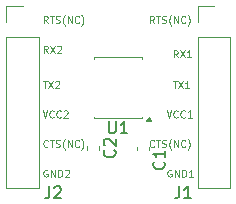
<source format=gbr>
%TF.GenerationSoftware,KiCad,Pcbnew,9.0.5*%
%TF.CreationDate,2026-02-12T15:16:05+09:00*%
%TF.ProjectId,usb_typec_serial_insulation,7573625f-7479-4706-9563-5f7365726961,V1.1*%
%TF.SameCoordinates,Original*%
%TF.FileFunction,Legend,Top*%
%TF.FilePolarity,Positive*%
%FSLAX46Y46*%
G04 Gerber Fmt 4.6, Leading zero omitted, Abs format (unit mm)*
G04 Created by KiCad (PCBNEW 9.0.5) date 2026-02-12 15:16:05*
%MOMM*%
%LPD*%
G01*
G04 APERTURE LIST*
%ADD10C,0.075000*%
%ADD11C,0.150000*%
%ADD12C,0.120000*%
G04 APERTURE END LIST*
D10*
X131606484Y-98322671D02*
X131806484Y-98922671D01*
X131806484Y-98922671D02*
X132006484Y-98322671D01*
X132549342Y-98865528D02*
X132520770Y-98894100D01*
X132520770Y-98894100D02*
X132435056Y-98922671D01*
X132435056Y-98922671D02*
X132377913Y-98922671D01*
X132377913Y-98922671D02*
X132292199Y-98894100D01*
X132292199Y-98894100D02*
X132235056Y-98836957D01*
X132235056Y-98836957D02*
X132206485Y-98779814D01*
X132206485Y-98779814D02*
X132177913Y-98665528D01*
X132177913Y-98665528D02*
X132177913Y-98579814D01*
X132177913Y-98579814D02*
X132206485Y-98465528D01*
X132206485Y-98465528D02*
X132235056Y-98408385D01*
X132235056Y-98408385D02*
X132292199Y-98351242D01*
X132292199Y-98351242D02*
X132377913Y-98322671D01*
X132377913Y-98322671D02*
X132435056Y-98322671D01*
X132435056Y-98322671D02*
X132520770Y-98351242D01*
X132520770Y-98351242D02*
X132549342Y-98379814D01*
X133149342Y-98865528D02*
X133120770Y-98894100D01*
X133120770Y-98894100D02*
X133035056Y-98922671D01*
X133035056Y-98922671D02*
X132977913Y-98922671D01*
X132977913Y-98922671D02*
X132892199Y-98894100D01*
X132892199Y-98894100D02*
X132835056Y-98836957D01*
X132835056Y-98836957D02*
X132806485Y-98779814D01*
X132806485Y-98779814D02*
X132777913Y-98665528D01*
X132777913Y-98665528D02*
X132777913Y-98579814D01*
X132777913Y-98579814D02*
X132806485Y-98465528D01*
X132806485Y-98465528D02*
X132835056Y-98408385D01*
X132835056Y-98408385D02*
X132892199Y-98351242D01*
X132892199Y-98351242D02*
X132977913Y-98322671D01*
X132977913Y-98322671D02*
X133035056Y-98322671D01*
X133035056Y-98322671D02*
X133120770Y-98351242D01*
X133120770Y-98351242D02*
X133149342Y-98379814D01*
X133377913Y-98379814D02*
X133406485Y-98351242D01*
X133406485Y-98351242D02*
X133463628Y-98322671D01*
X133463628Y-98322671D02*
X133606485Y-98322671D01*
X133606485Y-98322671D02*
X133663628Y-98351242D01*
X133663628Y-98351242D02*
X133692199Y-98379814D01*
X133692199Y-98379814D02*
X133720770Y-98436957D01*
X133720770Y-98436957D02*
X133720770Y-98494100D01*
X133720770Y-98494100D02*
X133692199Y-98579814D01*
X133692199Y-98579814D02*
X133349342Y-98922671D01*
X133349342Y-98922671D02*
X133720770Y-98922671D01*
X132006484Y-103351242D02*
X131949342Y-103322671D01*
X131949342Y-103322671D02*
X131863627Y-103322671D01*
X131863627Y-103322671D02*
X131777913Y-103351242D01*
X131777913Y-103351242D02*
X131720770Y-103408385D01*
X131720770Y-103408385D02*
X131692199Y-103465528D01*
X131692199Y-103465528D02*
X131663627Y-103579814D01*
X131663627Y-103579814D02*
X131663627Y-103665528D01*
X131663627Y-103665528D02*
X131692199Y-103779814D01*
X131692199Y-103779814D02*
X131720770Y-103836957D01*
X131720770Y-103836957D02*
X131777913Y-103894100D01*
X131777913Y-103894100D02*
X131863627Y-103922671D01*
X131863627Y-103922671D02*
X131920770Y-103922671D01*
X131920770Y-103922671D02*
X132006484Y-103894100D01*
X132006484Y-103894100D02*
X132035056Y-103865528D01*
X132035056Y-103865528D02*
X132035056Y-103665528D01*
X132035056Y-103665528D02*
X131920770Y-103665528D01*
X132292199Y-103922671D02*
X132292199Y-103322671D01*
X132292199Y-103322671D02*
X132635056Y-103922671D01*
X132635056Y-103922671D02*
X132635056Y-103322671D01*
X132920770Y-103922671D02*
X132920770Y-103322671D01*
X132920770Y-103322671D02*
X133063627Y-103322671D01*
X133063627Y-103322671D02*
X133149341Y-103351242D01*
X133149341Y-103351242D02*
X133206484Y-103408385D01*
X133206484Y-103408385D02*
X133235055Y-103465528D01*
X133235055Y-103465528D02*
X133263627Y-103579814D01*
X133263627Y-103579814D02*
X133263627Y-103665528D01*
X133263627Y-103665528D02*
X133235055Y-103779814D01*
X133235055Y-103779814D02*
X133206484Y-103836957D01*
X133206484Y-103836957D02*
X133149341Y-103894100D01*
X133149341Y-103894100D02*
X133063627Y-103922671D01*
X133063627Y-103922671D02*
X132920770Y-103922671D01*
X133492198Y-103379814D02*
X133520770Y-103351242D01*
X133520770Y-103351242D02*
X133577913Y-103322671D01*
X133577913Y-103322671D02*
X133720770Y-103322671D01*
X133720770Y-103322671D02*
X133777913Y-103351242D01*
X133777913Y-103351242D02*
X133806484Y-103379814D01*
X133806484Y-103379814D02*
X133835055Y-103436957D01*
X133835055Y-103436957D02*
X133835055Y-103494100D01*
X133835055Y-103494100D02*
X133806484Y-103579814D01*
X133806484Y-103579814D02*
X133463627Y-103922671D01*
X133463627Y-103922671D02*
X133835055Y-103922671D01*
X132035056Y-93422671D02*
X131835056Y-93136957D01*
X131692199Y-93422671D02*
X131692199Y-92822671D01*
X131692199Y-92822671D02*
X131920770Y-92822671D01*
X131920770Y-92822671D02*
X131977913Y-92851242D01*
X131977913Y-92851242D02*
X132006484Y-92879814D01*
X132006484Y-92879814D02*
X132035056Y-92936957D01*
X132035056Y-92936957D02*
X132035056Y-93022671D01*
X132035056Y-93022671D02*
X132006484Y-93079814D01*
X132006484Y-93079814D02*
X131977913Y-93108385D01*
X131977913Y-93108385D02*
X131920770Y-93136957D01*
X131920770Y-93136957D02*
X131692199Y-93136957D01*
X132235056Y-92822671D02*
X132635056Y-93422671D01*
X132635056Y-92822671D02*
X132235056Y-93422671D01*
X132835056Y-92879814D02*
X132863628Y-92851242D01*
X132863628Y-92851242D02*
X132920771Y-92822671D01*
X132920771Y-92822671D02*
X133063628Y-92822671D01*
X133063628Y-92822671D02*
X133120771Y-92851242D01*
X133120771Y-92851242D02*
X133149342Y-92879814D01*
X133149342Y-92879814D02*
X133177913Y-92936957D01*
X133177913Y-92936957D02*
X133177913Y-92994100D01*
X133177913Y-92994100D02*
X133149342Y-93079814D01*
X133149342Y-93079814D02*
X132806485Y-93422671D01*
X132806485Y-93422671D02*
X133177913Y-93422671D01*
X131606484Y-95822671D02*
X131949342Y-95822671D01*
X131777913Y-96422671D02*
X131777913Y-95822671D01*
X132092199Y-95822671D02*
X132492199Y-96422671D01*
X132492199Y-95822671D02*
X132092199Y-96422671D01*
X132692199Y-95879814D02*
X132720771Y-95851242D01*
X132720771Y-95851242D02*
X132777914Y-95822671D01*
X132777914Y-95822671D02*
X132920771Y-95822671D01*
X132920771Y-95822671D02*
X132977914Y-95851242D01*
X132977914Y-95851242D02*
X133006485Y-95879814D01*
X133006485Y-95879814D02*
X133035056Y-95936957D01*
X133035056Y-95936957D02*
X133035056Y-95994100D01*
X133035056Y-95994100D02*
X133006485Y-96079814D01*
X133006485Y-96079814D02*
X132663628Y-96422671D01*
X132663628Y-96422671D02*
X133035056Y-96422671D01*
X142506484Y-103351242D02*
X142449342Y-103322671D01*
X142449342Y-103322671D02*
X142363627Y-103322671D01*
X142363627Y-103322671D02*
X142277913Y-103351242D01*
X142277913Y-103351242D02*
X142220770Y-103408385D01*
X142220770Y-103408385D02*
X142192199Y-103465528D01*
X142192199Y-103465528D02*
X142163627Y-103579814D01*
X142163627Y-103579814D02*
X142163627Y-103665528D01*
X142163627Y-103665528D02*
X142192199Y-103779814D01*
X142192199Y-103779814D02*
X142220770Y-103836957D01*
X142220770Y-103836957D02*
X142277913Y-103894100D01*
X142277913Y-103894100D02*
X142363627Y-103922671D01*
X142363627Y-103922671D02*
X142420770Y-103922671D01*
X142420770Y-103922671D02*
X142506484Y-103894100D01*
X142506484Y-103894100D02*
X142535056Y-103865528D01*
X142535056Y-103865528D02*
X142535056Y-103665528D01*
X142535056Y-103665528D02*
X142420770Y-103665528D01*
X142792199Y-103922671D02*
X142792199Y-103322671D01*
X142792199Y-103322671D02*
X143135056Y-103922671D01*
X143135056Y-103922671D02*
X143135056Y-103322671D01*
X143420770Y-103922671D02*
X143420770Y-103322671D01*
X143420770Y-103322671D02*
X143563627Y-103322671D01*
X143563627Y-103322671D02*
X143649341Y-103351242D01*
X143649341Y-103351242D02*
X143706484Y-103408385D01*
X143706484Y-103408385D02*
X143735055Y-103465528D01*
X143735055Y-103465528D02*
X143763627Y-103579814D01*
X143763627Y-103579814D02*
X143763627Y-103665528D01*
X143763627Y-103665528D02*
X143735055Y-103779814D01*
X143735055Y-103779814D02*
X143706484Y-103836957D01*
X143706484Y-103836957D02*
X143649341Y-103894100D01*
X143649341Y-103894100D02*
X143563627Y-103922671D01*
X143563627Y-103922671D02*
X143420770Y-103922671D01*
X144335055Y-103922671D02*
X143992198Y-103922671D01*
X144163627Y-103922671D02*
X144163627Y-103322671D01*
X144163627Y-103322671D02*
X144106484Y-103408385D01*
X144106484Y-103408385D02*
X144049341Y-103465528D01*
X144049341Y-103465528D02*
X143992198Y-103494100D01*
X142106484Y-98322671D02*
X142306484Y-98922671D01*
X142306484Y-98922671D02*
X142506484Y-98322671D01*
X143049342Y-98865528D02*
X143020770Y-98894100D01*
X143020770Y-98894100D02*
X142935056Y-98922671D01*
X142935056Y-98922671D02*
X142877913Y-98922671D01*
X142877913Y-98922671D02*
X142792199Y-98894100D01*
X142792199Y-98894100D02*
X142735056Y-98836957D01*
X142735056Y-98836957D02*
X142706485Y-98779814D01*
X142706485Y-98779814D02*
X142677913Y-98665528D01*
X142677913Y-98665528D02*
X142677913Y-98579814D01*
X142677913Y-98579814D02*
X142706485Y-98465528D01*
X142706485Y-98465528D02*
X142735056Y-98408385D01*
X142735056Y-98408385D02*
X142792199Y-98351242D01*
X142792199Y-98351242D02*
X142877913Y-98322671D01*
X142877913Y-98322671D02*
X142935056Y-98322671D01*
X142935056Y-98322671D02*
X143020770Y-98351242D01*
X143020770Y-98351242D02*
X143049342Y-98379814D01*
X143649342Y-98865528D02*
X143620770Y-98894100D01*
X143620770Y-98894100D02*
X143535056Y-98922671D01*
X143535056Y-98922671D02*
X143477913Y-98922671D01*
X143477913Y-98922671D02*
X143392199Y-98894100D01*
X143392199Y-98894100D02*
X143335056Y-98836957D01*
X143335056Y-98836957D02*
X143306485Y-98779814D01*
X143306485Y-98779814D02*
X143277913Y-98665528D01*
X143277913Y-98665528D02*
X143277913Y-98579814D01*
X143277913Y-98579814D02*
X143306485Y-98465528D01*
X143306485Y-98465528D02*
X143335056Y-98408385D01*
X143335056Y-98408385D02*
X143392199Y-98351242D01*
X143392199Y-98351242D02*
X143477913Y-98322671D01*
X143477913Y-98322671D02*
X143535056Y-98322671D01*
X143535056Y-98322671D02*
X143620770Y-98351242D01*
X143620770Y-98351242D02*
X143649342Y-98379814D01*
X144220770Y-98922671D02*
X143877913Y-98922671D01*
X144049342Y-98922671D02*
X144049342Y-98322671D01*
X144049342Y-98322671D02*
X143992199Y-98408385D01*
X143992199Y-98408385D02*
X143935056Y-98465528D01*
X143935056Y-98465528D02*
X143877913Y-98494100D01*
X142606484Y-95822671D02*
X142949342Y-95822671D01*
X142777913Y-96422671D02*
X142777913Y-95822671D01*
X143092199Y-95822671D02*
X143492199Y-96422671D01*
X143492199Y-95822671D02*
X143092199Y-96422671D01*
X144035056Y-96422671D02*
X143692199Y-96422671D01*
X143863628Y-96422671D02*
X143863628Y-95822671D01*
X143863628Y-95822671D02*
X143806485Y-95908385D01*
X143806485Y-95908385D02*
X143749342Y-95965528D01*
X143749342Y-95965528D02*
X143692199Y-95994100D01*
X132035056Y-90922671D02*
X131835056Y-90636957D01*
X131692199Y-90922671D02*
X131692199Y-90322671D01*
X131692199Y-90322671D02*
X131920770Y-90322671D01*
X131920770Y-90322671D02*
X131977913Y-90351242D01*
X131977913Y-90351242D02*
X132006484Y-90379814D01*
X132006484Y-90379814D02*
X132035056Y-90436957D01*
X132035056Y-90436957D02*
X132035056Y-90522671D01*
X132035056Y-90522671D02*
X132006484Y-90579814D01*
X132006484Y-90579814D02*
X131977913Y-90608385D01*
X131977913Y-90608385D02*
X131920770Y-90636957D01*
X131920770Y-90636957D02*
X131692199Y-90636957D01*
X132206484Y-90322671D02*
X132549342Y-90322671D01*
X132377913Y-90922671D02*
X132377913Y-90322671D01*
X132720770Y-90894100D02*
X132806485Y-90922671D01*
X132806485Y-90922671D02*
X132949342Y-90922671D01*
X132949342Y-90922671D02*
X133006485Y-90894100D01*
X133006485Y-90894100D02*
X133035056Y-90865528D01*
X133035056Y-90865528D02*
X133063627Y-90808385D01*
X133063627Y-90808385D02*
X133063627Y-90751242D01*
X133063627Y-90751242D02*
X133035056Y-90694100D01*
X133035056Y-90694100D02*
X133006485Y-90665528D01*
X133006485Y-90665528D02*
X132949342Y-90636957D01*
X132949342Y-90636957D02*
X132835056Y-90608385D01*
X132835056Y-90608385D02*
X132777913Y-90579814D01*
X132777913Y-90579814D02*
X132749342Y-90551242D01*
X132749342Y-90551242D02*
X132720770Y-90494100D01*
X132720770Y-90494100D02*
X132720770Y-90436957D01*
X132720770Y-90436957D02*
X132749342Y-90379814D01*
X132749342Y-90379814D02*
X132777913Y-90351242D01*
X132777913Y-90351242D02*
X132835056Y-90322671D01*
X132835056Y-90322671D02*
X132977913Y-90322671D01*
X132977913Y-90322671D02*
X133063627Y-90351242D01*
X133492199Y-91151242D02*
X133463628Y-91122671D01*
X133463628Y-91122671D02*
X133406485Y-91036957D01*
X133406485Y-91036957D02*
X133377914Y-90979814D01*
X133377914Y-90979814D02*
X133349342Y-90894100D01*
X133349342Y-90894100D02*
X133320771Y-90751242D01*
X133320771Y-90751242D02*
X133320771Y-90636957D01*
X133320771Y-90636957D02*
X133349342Y-90494100D01*
X133349342Y-90494100D02*
X133377914Y-90408385D01*
X133377914Y-90408385D02*
X133406485Y-90351242D01*
X133406485Y-90351242D02*
X133463628Y-90265528D01*
X133463628Y-90265528D02*
X133492199Y-90236957D01*
X133720771Y-90922671D02*
X133720771Y-90322671D01*
X133720771Y-90322671D02*
X134063628Y-90922671D01*
X134063628Y-90922671D02*
X134063628Y-90322671D01*
X134692199Y-90865528D02*
X134663627Y-90894100D01*
X134663627Y-90894100D02*
X134577913Y-90922671D01*
X134577913Y-90922671D02*
X134520770Y-90922671D01*
X134520770Y-90922671D02*
X134435056Y-90894100D01*
X134435056Y-90894100D02*
X134377913Y-90836957D01*
X134377913Y-90836957D02*
X134349342Y-90779814D01*
X134349342Y-90779814D02*
X134320770Y-90665528D01*
X134320770Y-90665528D02*
X134320770Y-90579814D01*
X134320770Y-90579814D02*
X134349342Y-90465528D01*
X134349342Y-90465528D02*
X134377913Y-90408385D01*
X134377913Y-90408385D02*
X134435056Y-90351242D01*
X134435056Y-90351242D02*
X134520770Y-90322671D01*
X134520770Y-90322671D02*
X134577913Y-90322671D01*
X134577913Y-90322671D02*
X134663627Y-90351242D01*
X134663627Y-90351242D02*
X134692199Y-90379814D01*
X134892199Y-91151242D02*
X134920770Y-91122671D01*
X134920770Y-91122671D02*
X134977913Y-91036957D01*
X134977913Y-91036957D02*
X135006485Y-90979814D01*
X135006485Y-90979814D02*
X135035056Y-90894100D01*
X135035056Y-90894100D02*
X135063627Y-90751242D01*
X135063627Y-90751242D02*
X135063627Y-90636957D01*
X135063627Y-90636957D02*
X135035056Y-90494100D01*
X135035056Y-90494100D02*
X135006485Y-90408385D01*
X135006485Y-90408385D02*
X134977913Y-90351242D01*
X134977913Y-90351242D02*
X134920770Y-90265528D01*
X134920770Y-90265528D02*
X134892199Y-90236957D01*
X143035056Y-93822671D02*
X142835056Y-93536957D01*
X142692199Y-93822671D02*
X142692199Y-93222671D01*
X142692199Y-93222671D02*
X142920770Y-93222671D01*
X142920770Y-93222671D02*
X142977913Y-93251242D01*
X142977913Y-93251242D02*
X143006484Y-93279814D01*
X143006484Y-93279814D02*
X143035056Y-93336957D01*
X143035056Y-93336957D02*
X143035056Y-93422671D01*
X143035056Y-93422671D02*
X143006484Y-93479814D01*
X143006484Y-93479814D02*
X142977913Y-93508385D01*
X142977913Y-93508385D02*
X142920770Y-93536957D01*
X142920770Y-93536957D02*
X142692199Y-93536957D01*
X143235056Y-93222671D02*
X143635056Y-93822671D01*
X143635056Y-93222671D02*
X143235056Y-93822671D01*
X144177913Y-93822671D02*
X143835056Y-93822671D01*
X144006485Y-93822671D02*
X144006485Y-93222671D01*
X144006485Y-93222671D02*
X143949342Y-93308385D01*
X143949342Y-93308385D02*
X143892199Y-93365528D01*
X143892199Y-93365528D02*
X143835056Y-93394100D01*
X132035056Y-101365528D02*
X132006484Y-101394100D01*
X132006484Y-101394100D02*
X131920770Y-101422671D01*
X131920770Y-101422671D02*
X131863627Y-101422671D01*
X131863627Y-101422671D02*
X131777913Y-101394100D01*
X131777913Y-101394100D02*
X131720770Y-101336957D01*
X131720770Y-101336957D02*
X131692199Y-101279814D01*
X131692199Y-101279814D02*
X131663627Y-101165528D01*
X131663627Y-101165528D02*
X131663627Y-101079814D01*
X131663627Y-101079814D02*
X131692199Y-100965528D01*
X131692199Y-100965528D02*
X131720770Y-100908385D01*
X131720770Y-100908385D02*
X131777913Y-100851242D01*
X131777913Y-100851242D02*
X131863627Y-100822671D01*
X131863627Y-100822671D02*
X131920770Y-100822671D01*
X131920770Y-100822671D02*
X132006484Y-100851242D01*
X132006484Y-100851242D02*
X132035056Y-100879814D01*
X132206484Y-100822671D02*
X132549342Y-100822671D01*
X132377913Y-101422671D02*
X132377913Y-100822671D01*
X132720770Y-101394100D02*
X132806485Y-101422671D01*
X132806485Y-101422671D02*
X132949342Y-101422671D01*
X132949342Y-101422671D02*
X133006485Y-101394100D01*
X133006485Y-101394100D02*
X133035056Y-101365528D01*
X133035056Y-101365528D02*
X133063627Y-101308385D01*
X133063627Y-101308385D02*
X133063627Y-101251242D01*
X133063627Y-101251242D02*
X133035056Y-101194100D01*
X133035056Y-101194100D02*
X133006485Y-101165528D01*
X133006485Y-101165528D02*
X132949342Y-101136957D01*
X132949342Y-101136957D02*
X132835056Y-101108385D01*
X132835056Y-101108385D02*
X132777913Y-101079814D01*
X132777913Y-101079814D02*
X132749342Y-101051242D01*
X132749342Y-101051242D02*
X132720770Y-100994100D01*
X132720770Y-100994100D02*
X132720770Y-100936957D01*
X132720770Y-100936957D02*
X132749342Y-100879814D01*
X132749342Y-100879814D02*
X132777913Y-100851242D01*
X132777913Y-100851242D02*
X132835056Y-100822671D01*
X132835056Y-100822671D02*
X132977913Y-100822671D01*
X132977913Y-100822671D02*
X133063627Y-100851242D01*
X133492199Y-101651242D02*
X133463628Y-101622671D01*
X133463628Y-101622671D02*
X133406485Y-101536957D01*
X133406485Y-101536957D02*
X133377914Y-101479814D01*
X133377914Y-101479814D02*
X133349342Y-101394100D01*
X133349342Y-101394100D02*
X133320771Y-101251242D01*
X133320771Y-101251242D02*
X133320771Y-101136957D01*
X133320771Y-101136957D02*
X133349342Y-100994100D01*
X133349342Y-100994100D02*
X133377914Y-100908385D01*
X133377914Y-100908385D02*
X133406485Y-100851242D01*
X133406485Y-100851242D02*
X133463628Y-100765528D01*
X133463628Y-100765528D02*
X133492199Y-100736957D01*
X133720771Y-101422671D02*
X133720771Y-100822671D01*
X133720771Y-100822671D02*
X134063628Y-101422671D01*
X134063628Y-101422671D02*
X134063628Y-100822671D01*
X134692199Y-101365528D02*
X134663627Y-101394100D01*
X134663627Y-101394100D02*
X134577913Y-101422671D01*
X134577913Y-101422671D02*
X134520770Y-101422671D01*
X134520770Y-101422671D02*
X134435056Y-101394100D01*
X134435056Y-101394100D02*
X134377913Y-101336957D01*
X134377913Y-101336957D02*
X134349342Y-101279814D01*
X134349342Y-101279814D02*
X134320770Y-101165528D01*
X134320770Y-101165528D02*
X134320770Y-101079814D01*
X134320770Y-101079814D02*
X134349342Y-100965528D01*
X134349342Y-100965528D02*
X134377913Y-100908385D01*
X134377913Y-100908385D02*
X134435056Y-100851242D01*
X134435056Y-100851242D02*
X134520770Y-100822671D01*
X134520770Y-100822671D02*
X134577913Y-100822671D01*
X134577913Y-100822671D02*
X134663627Y-100851242D01*
X134663627Y-100851242D02*
X134692199Y-100879814D01*
X134892199Y-101651242D02*
X134920770Y-101622671D01*
X134920770Y-101622671D02*
X134977913Y-101536957D01*
X134977913Y-101536957D02*
X135006485Y-101479814D01*
X135006485Y-101479814D02*
X135035056Y-101394100D01*
X135035056Y-101394100D02*
X135063627Y-101251242D01*
X135063627Y-101251242D02*
X135063627Y-101136957D01*
X135063627Y-101136957D02*
X135035056Y-100994100D01*
X135035056Y-100994100D02*
X135006485Y-100908385D01*
X135006485Y-100908385D02*
X134977913Y-100851242D01*
X134977913Y-100851242D02*
X134920770Y-100765528D01*
X134920770Y-100765528D02*
X134892199Y-100736957D01*
X141035056Y-90922671D02*
X140835056Y-90636957D01*
X140692199Y-90922671D02*
X140692199Y-90322671D01*
X140692199Y-90322671D02*
X140920770Y-90322671D01*
X140920770Y-90322671D02*
X140977913Y-90351242D01*
X140977913Y-90351242D02*
X141006484Y-90379814D01*
X141006484Y-90379814D02*
X141035056Y-90436957D01*
X141035056Y-90436957D02*
X141035056Y-90522671D01*
X141035056Y-90522671D02*
X141006484Y-90579814D01*
X141006484Y-90579814D02*
X140977913Y-90608385D01*
X140977913Y-90608385D02*
X140920770Y-90636957D01*
X140920770Y-90636957D02*
X140692199Y-90636957D01*
X141206484Y-90322671D02*
X141549342Y-90322671D01*
X141377913Y-90922671D02*
X141377913Y-90322671D01*
X141720770Y-90894100D02*
X141806485Y-90922671D01*
X141806485Y-90922671D02*
X141949342Y-90922671D01*
X141949342Y-90922671D02*
X142006485Y-90894100D01*
X142006485Y-90894100D02*
X142035056Y-90865528D01*
X142035056Y-90865528D02*
X142063627Y-90808385D01*
X142063627Y-90808385D02*
X142063627Y-90751242D01*
X142063627Y-90751242D02*
X142035056Y-90694100D01*
X142035056Y-90694100D02*
X142006485Y-90665528D01*
X142006485Y-90665528D02*
X141949342Y-90636957D01*
X141949342Y-90636957D02*
X141835056Y-90608385D01*
X141835056Y-90608385D02*
X141777913Y-90579814D01*
X141777913Y-90579814D02*
X141749342Y-90551242D01*
X141749342Y-90551242D02*
X141720770Y-90494100D01*
X141720770Y-90494100D02*
X141720770Y-90436957D01*
X141720770Y-90436957D02*
X141749342Y-90379814D01*
X141749342Y-90379814D02*
X141777913Y-90351242D01*
X141777913Y-90351242D02*
X141835056Y-90322671D01*
X141835056Y-90322671D02*
X141977913Y-90322671D01*
X141977913Y-90322671D02*
X142063627Y-90351242D01*
X142492199Y-91151242D02*
X142463628Y-91122671D01*
X142463628Y-91122671D02*
X142406485Y-91036957D01*
X142406485Y-91036957D02*
X142377914Y-90979814D01*
X142377914Y-90979814D02*
X142349342Y-90894100D01*
X142349342Y-90894100D02*
X142320771Y-90751242D01*
X142320771Y-90751242D02*
X142320771Y-90636957D01*
X142320771Y-90636957D02*
X142349342Y-90494100D01*
X142349342Y-90494100D02*
X142377914Y-90408385D01*
X142377914Y-90408385D02*
X142406485Y-90351242D01*
X142406485Y-90351242D02*
X142463628Y-90265528D01*
X142463628Y-90265528D02*
X142492199Y-90236957D01*
X142720771Y-90922671D02*
X142720771Y-90322671D01*
X142720771Y-90322671D02*
X143063628Y-90922671D01*
X143063628Y-90922671D02*
X143063628Y-90322671D01*
X143692199Y-90865528D02*
X143663627Y-90894100D01*
X143663627Y-90894100D02*
X143577913Y-90922671D01*
X143577913Y-90922671D02*
X143520770Y-90922671D01*
X143520770Y-90922671D02*
X143435056Y-90894100D01*
X143435056Y-90894100D02*
X143377913Y-90836957D01*
X143377913Y-90836957D02*
X143349342Y-90779814D01*
X143349342Y-90779814D02*
X143320770Y-90665528D01*
X143320770Y-90665528D02*
X143320770Y-90579814D01*
X143320770Y-90579814D02*
X143349342Y-90465528D01*
X143349342Y-90465528D02*
X143377913Y-90408385D01*
X143377913Y-90408385D02*
X143435056Y-90351242D01*
X143435056Y-90351242D02*
X143520770Y-90322671D01*
X143520770Y-90322671D02*
X143577913Y-90322671D01*
X143577913Y-90322671D02*
X143663627Y-90351242D01*
X143663627Y-90351242D02*
X143692199Y-90379814D01*
X143892199Y-91151242D02*
X143920770Y-91122671D01*
X143920770Y-91122671D02*
X143977913Y-91036957D01*
X143977913Y-91036957D02*
X144006485Y-90979814D01*
X144006485Y-90979814D02*
X144035056Y-90894100D01*
X144035056Y-90894100D02*
X144063627Y-90751242D01*
X144063627Y-90751242D02*
X144063627Y-90636957D01*
X144063627Y-90636957D02*
X144035056Y-90494100D01*
X144035056Y-90494100D02*
X144006485Y-90408385D01*
X144006485Y-90408385D02*
X143977913Y-90351242D01*
X143977913Y-90351242D02*
X143920770Y-90265528D01*
X143920770Y-90265528D02*
X143892199Y-90236957D01*
X141035056Y-101365528D02*
X141006484Y-101394100D01*
X141006484Y-101394100D02*
X140920770Y-101422671D01*
X140920770Y-101422671D02*
X140863627Y-101422671D01*
X140863627Y-101422671D02*
X140777913Y-101394100D01*
X140777913Y-101394100D02*
X140720770Y-101336957D01*
X140720770Y-101336957D02*
X140692199Y-101279814D01*
X140692199Y-101279814D02*
X140663627Y-101165528D01*
X140663627Y-101165528D02*
X140663627Y-101079814D01*
X140663627Y-101079814D02*
X140692199Y-100965528D01*
X140692199Y-100965528D02*
X140720770Y-100908385D01*
X140720770Y-100908385D02*
X140777913Y-100851242D01*
X140777913Y-100851242D02*
X140863627Y-100822671D01*
X140863627Y-100822671D02*
X140920770Y-100822671D01*
X140920770Y-100822671D02*
X141006484Y-100851242D01*
X141006484Y-100851242D02*
X141035056Y-100879814D01*
X141206484Y-100822671D02*
X141549342Y-100822671D01*
X141377913Y-101422671D02*
X141377913Y-100822671D01*
X141720770Y-101394100D02*
X141806485Y-101422671D01*
X141806485Y-101422671D02*
X141949342Y-101422671D01*
X141949342Y-101422671D02*
X142006485Y-101394100D01*
X142006485Y-101394100D02*
X142035056Y-101365528D01*
X142035056Y-101365528D02*
X142063627Y-101308385D01*
X142063627Y-101308385D02*
X142063627Y-101251242D01*
X142063627Y-101251242D02*
X142035056Y-101194100D01*
X142035056Y-101194100D02*
X142006485Y-101165528D01*
X142006485Y-101165528D02*
X141949342Y-101136957D01*
X141949342Y-101136957D02*
X141835056Y-101108385D01*
X141835056Y-101108385D02*
X141777913Y-101079814D01*
X141777913Y-101079814D02*
X141749342Y-101051242D01*
X141749342Y-101051242D02*
X141720770Y-100994100D01*
X141720770Y-100994100D02*
X141720770Y-100936957D01*
X141720770Y-100936957D02*
X141749342Y-100879814D01*
X141749342Y-100879814D02*
X141777913Y-100851242D01*
X141777913Y-100851242D02*
X141835056Y-100822671D01*
X141835056Y-100822671D02*
X141977913Y-100822671D01*
X141977913Y-100822671D02*
X142063627Y-100851242D01*
X142492199Y-101651242D02*
X142463628Y-101622671D01*
X142463628Y-101622671D02*
X142406485Y-101536957D01*
X142406485Y-101536957D02*
X142377914Y-101479814D01*
X142377914Y-101479814D02*
X142349342Y-101394100D01*
X142349342Y-101394100D02*
X142320771Y-101251242D01*
X142320771Y-101251242D02*
X142320771Y-101136957D01*
X142320771Y-101136957D02*
X142349342Y-100994100D01*
X142349342Y-100994100D02*
X142377914Y-100908385D01*
X142377914Y-100908385D02*
X142406485Y-100851242D01*
X142406485Y-100851242D02*
X142463628Y-100765528D01*
X142463628Y-100765528D02*
X142492199Y-100736957D01*
X142720771Y-101422671D02*
X142720771Y-100822671D01*
X142720771Y-100822671D02*
X143063628Y-101422671D01*
X143063628Y-101422671D02*
X143063628Y-100822671D01*
X143692199Y-101365528D02*
X143663627Y-101394100D01*
X143663627Y-101394100D02*
X143577913Y-101422671D01*
X143577913Y-101422671D02*
X143520770Y-101422671D01*
X143520770Y-101422671D02*
X143435056Y-101394100D01*
X143435056Y-101394100D02*
X143377913Y-101336957D01*
X143377913Y-101336957D02*
X143349342Y-101279814D01*
X143349342Y-101279814D02*
X143320770Y-101165528D01*
X143320770Y-101165528D02*
X143320770Y-101079814D01*
X143320770Y-101079814D02*
X143349342Y-100965528D01*
X143349342Y-100965528D02*
X143377913Y-100908385D01*
X143377913Y-100908385D02*
X143435056Y-100851242D01*
X143435056Y-100851242D02*
X143520770Y-100822671D01*
X143520770Y-100822671D02*
X143577913Y-100822671D01*
X143577913Y-100822671D02*
X143663627Y-100851242D01*
X143663627Y-100851242D02*
X143692199Y-100879814D01*
X143892199Y-101651242D02*
X143920770Y-101622671D01*
X143920770Y-101622671D02*
X143977913Y-101536957D01*
X143977913Y-101536957D02*
X144006485Y-101479814D01*
X144006485Y-101479814D02*
X144035056Y-101394100D01*
X144035056Y-101394100D02*
X144063627Y-101251242D01*
X144063627Y-101251242D02*
X144063627Y-101136957D01*
X144063627Y-101136957D02*
X144035056Y-100994100D01*
X144035056Y-100994100D02*
X144006485Y-100908385D01*
X144006485Y-100908385D02*
X143977913Y-100851242D01*
X143977913Y-100851242D02*
X143920770Y-100765528D01*
X143920770Y-100765528D02*
X143892199Y-100736957D01*
D11*
X137689580Y-101666666D02*
X137737200Y-101714285D01*
X137737200Y-101714285D02*
X137784819Y-101857142D01*
X137784819Y-101857142D02*
X137784819Y-101952380D01*
X137784819Y-101952380D02*
X137737200Y-102095237D01*
X137737200Y-102095237D02*
X137641961Y-102190475D01*
X137641961Y-102190475D02*
X137546723Y-102238094D01*
X137546723Y-102238094D02*
X137356247Y-102285713D01*
X137356247Y-102285713D02*
X137213390Y-102285713D01*
X137213390Y-102285713D02*
X137022914Y-102238094D01*
X137022914Y-102238094D02*
X136927676Y-102190475D01*
X136927676Y-102190475D02*
X136832438Y-102095237D01*
X136832438Y-102095237D02*
X136784819Y-101952380D01*
X136784819Y-101952380D02*
X136784819Y-101857142D01*
X136784819Y-101857142D02*
X136832438Y-101714285D01*
X136832438Y-101714285D02*
X136880057Y-101666666D01*
X136880057Y-101285713D02*
X136832438Y-101238094D01*
X136832438Y-101238094D02*
X136784819Y-101142856D01*
X136784819Y-101142856D02*
X136784819Y-100904761D01*
X136784819Y-100904761D02*
X136832438Y-100809523D01*
X136832438Y-100809523D02*
X136880057Y-100761904D01*
X136880057Y-100761904D02*
X136975295Y-100714285D01*
X136975295Y-100714285D02*
X137070533Y-100714285D01*
X137070533Y-100714285D02*
X137213390Y-100761904D01*
X137213390Y-100761904D02*
X137784819Y-101333332D01*
X137784819Y-101333332D02*
X137784819Y-100714285D01*
X141859580Y-102666666D02*
X141907200Y-102714285D01*
X141907200Y-102714285D02*
X141954819Y-102857142D01*
X141954819Y-102857142D02*
X141954819Y-102952380D01*
X141954819Y-102952380D02*
X141907200Y-103095237D01*
X141907200Y-103095237D02*
X141811961Y-103190475D01*
X141811961Y-103190475D02*
X141716723Y-103238094D01*
X141716723Y-103238094D02*
X141526247Y-103285713D01*
X141526247Y-103285713D02*
X141383390Y-103285713D01*
X141383390Y-103285713D02*
X141192914Y-103238094D01*
X141192914Y-103238094D02*
X141097676Y-103190475D01*
X141097676Y-103190475D02*
X141002438Y-103095237D01*
X141002438Y-103095237D02*
X140954819Y-102952380D01*
X140954819Y-102952380D02*
X140954819Y-102857142D01*
X140954819Y-102857142D02*
X141002438Y-102714285D01*
X141002438Y-102714285D02*
X141050057Y-102666666D01*
X141954819Y-101714285D02*
X141954819Y-102285713D01*
X141954819Y-101999999D02*
X140954819Y-101999999D01*
X140954819Y-101999999D02*
X141097676Y-102095237D01*
X141097676Y-102095237D02*
X141192914Y-102190475D01*
X141192914Y-102190475D02*
X141240533Y-102285713D01*
X132166666Y-104754819D02*
X132166666Y-105469104D01*
X132166666Y-105469104D02*
X132119047Y-105611961D01*
X132119047Y-105611961D02*
X132023809Y-105707200D01*
X132023809Y-105707200D02*
X131880952Y-105754819D01*
X131880952Y-105754819D02*
X131785714Y-105754819D01*
X132595238Y-104850057D02*
X132642857Y-104802438D01*
X132642857Y-104802438D02*
X132738095Y-104754819D01*
X132738095Y-104754819D02*
X132976190Y-104754819D01*
X132976190Y-104754819D02*
X133071428Y-104802438D01*
X133071428Y-104802438D02*
X133119047Y-104850057D01*
X133119047Y-104850057D02*
X133166666Y-104945295D01*
X133166666Y-104945295D02*
X133166666Y-105040533D01*
X133166666Y-105040533D02*
X133119047Y-105183390D01*
X133119047Y-105183390D02*
X132547619Y-105754819D01*
X132547619Y-105754819D02*
X133166666Y-105754819D01*
X143166666Y-104754819D02*
X143166666Y-105469104D01*
X143166666Y-105469104D02*
X143119047Y-105611961D01*
X143119047Y-105611961D02*
X143023809Y-105707200D01*
X143023809Y-105707200D02*
X142880952Y-105754819D01*
X142880952Y-105754819D02*
X142785714Y-105754819D01*
X144166666Y-105754819D02*
X143595238Y-105754819D01*
X143880952Y-105754819D02*
X143880952Y-104754819D01*
X143880952Y-104754819D02*
X143785714Y-104897676D01*
X143785714Y-104897676D02*
X143690476Y-104992914D01*
X143690476Y-104992914D02*
X143595238Y-105040533D01*
X137213095Y-99249819D02*
X137213095Y-100059342D01*
X137213095Y-100059342D02*
X137260714Y-100154580D01*
X137260714Y-100154580D02*
X137308333Y-100202200D01*
X137308333Y-100202200D02*
X137403571Y-100249819D01*
X137403571Y-100249819D02*
X137594047Y-100249819D01*
X137594047Y-100249819D02*
X137689285Y-100202200D01*
X137689285Y-100202200D02*
X137736904Y-100154580D01*
X137736904Y-100154580D02*
X137784523Y-100059342D01*
X137784523Y-100059342D02*
X137784523Y-99249819D01*
X138784523Y-100249819D02*
X138213095Y-100249819D01*
X138498809Y-100249819D02*
X138498809Y-99249819D01*
X138498809Y-99249819D02*
X138403571Y-99392676D01*
X138403571Y-99392676D02*
X138308333Y-99487914D01*
X138308333Y-99487914D02*
X138213095Y-99535533D01*
D12*
%TO.C,C2*%
X136410000Y-101353733D02*
X136410000Y-101646267D01*
X135390000Y-101353733D02*
X135390000Y-101646267D01*
%TO.C,C1*%
X140610000Y-101416233D02*
X140610000Y-101708767D01*
X139590000Y-101416233D02*
X139590000Y-101708767D01*
%TO.C,J2*%
X128535000Y-89460000D02*
X129915000Y-89460000D01*
X128535000Y-90840000D02*
X128535000Y-89460000D01*
X128535000Y-92110000D02*
X128535000Y-104920000D01*
X128535000Y-92110000D02*
X131295000Y-92110000D01*
X128535000Y-104920000D02*
X131295000Y-104920000D01*
X131295000Y-92110000D02*
X131295000Y-104920000D01*
%TO.C,J1*%
X144720000Y-89440000D02*
X146100000Y-89440000D01*
X144720000Y-90820000D02*
X144720000Y-89440000D01*
X144720000Y-92090000D02*
X144720000Y-104900000D01*
X144720000Y-92090000D02*
X147480000Y-92090000D01*
X144720000Y-104900000D02*
X147480000Y-104900000D01*
X147480000Y-92090000D02*
X147480000Y-104900000D01*
%TO.C,U1*%
X135915000Y-93835000D02*
X140035000Y-93835000D01*
X135915000Y-93930000D02*
X135915000Y-93835000D01*
X135915000Y-98955000D02*
X135915000Y-98860000D01*
X140035000Y-93835000D02*
X140035000Y-93930000D01*
X140035000Y-98860000D02*
X140035000Y-98955000D01*
X140035000Y-98955000D02*
X135915000Y-98955000D01*
X140815000Y-99195000D02*
X140335000Y-99195000D01*
X140575000Y-98865000D01*
X140815000Y-99195000D01*
G36*
X140815000Y-99195000D02*
G01*
X140335000Y-99195000D01*
X140575000Y-98865000D01*
X140815000Y-99195000D01*
G37*
%TD*%
M02*

</source>
